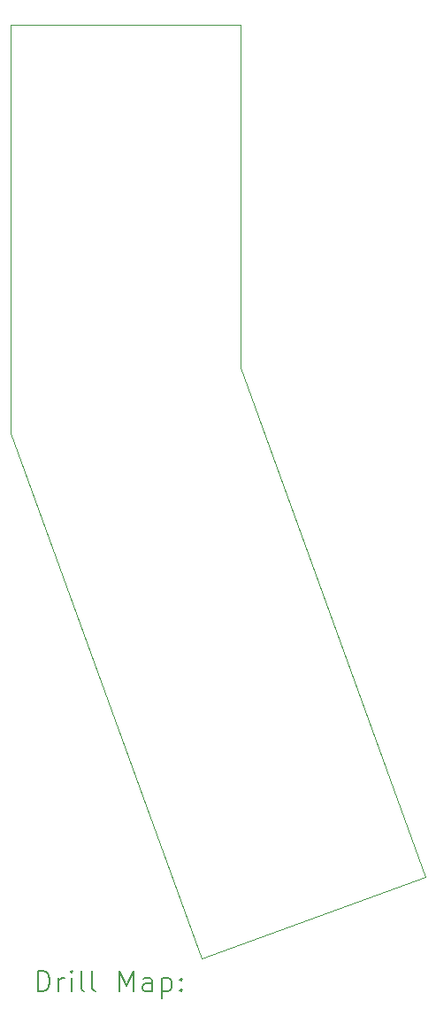
<source format=gbr>
%TF.GenerationSoftware,KiCad,Pcbnew,8.0.3*%
%TF.CreationDate,2024-06-29T11:18:28+02:00*%
%TF.ProjectId,adapter 8913-8910 Angle R,61646170-7465-4722-9038-3931332d3839,rev?*%
%TF.SameCoordinates,Original*%
%TF.FileFunction,Drillmap*%
%TF.FilePolarity,Positive*%
%FSLAX45Y45*%
G04 Gerber Fmt 4.5, Leading zero omitted, Abs format (unit mm)*
G04 Created by KiCad (PCBNEW 8.0.3) date 2024-06-29 11:18:28*
%MOMM*%
%LPD*%
G01*
G04 APERTURE LIST*
%ADD10C,0.050000*%
%ADD11C,0.200000*%
G04 APERTURE END LIST*
D10*
X12840000Y-11230000D02*
X11010884Y-6203955D01*
X11010884Y-6203955D02*
X11010884Y-2303955D01*
X11010884Y-2303955D02*
X13210884Y-2303955D01*
X14980000Y-10450000D02*
X13210884Y-5578955D01*
X13210884Y-2303955D02*
X13210884Y-5578955D01*
X12840000Y-11230000D02*
X14980000Y-10450000D01*
D11*
X11269161Y-11543984D02*
X11269161Y-11343984D01*
X11269161Y-11343984D02*
X11316780Y-11343984D01*
X11316780Y-11343984D02*
X11345351Y-11353508D01*
X11345351Y-11353508D02*
X11364399Y-11372555D01*
X11364399Y-11372555D02*
X11373923Y-11391603D01*
X11373923Y-11391603D02*
X11383446Y-11429698D01*
X11383446Y-11429698D02*
X11383446Y-11458269D01*
X11383446Y-11458269D02*
X11373923Y-11496365D01*
X11373923Y-11496365D02*
X11364399Y-11515412D01*
X11364399Y-11515412D02*
X11345351Y-11534460D01*
X11345351Y-11534460D02*
X11316780Y-11543984D01*
X11316780Y-11543984D02*
X11269161Y-11543984D01*
X11469161Y-11543984D02*
X11469161Y-11410650D01*
X11469161Y-11448746D02*
X11478685Y-11429698D01*
X11478685Y-11429698D02*
X11488208Y-11420174D01*
X11488208Y-11420174D02*
X11507256Y-11410650D01*
X11507256Y-11410650D02*
X11526304Y-11410650D01*
X11592970Y-11543984D02*
X11592970Y-11410650D01*
X11592970Y-11343984D02*
X11583446Y-11353508D01*
X11583446Y-11353508D02*
X11592970Y-11363031D01*
X11592970Y-11363031D02*
X11602494Y-11353508D01*
X11602494Y-11353508D02*
X11592970Y-11343984D01*
X11592970Y-11343984D02*
X11592970Y-11363031D01*
X11716780Y-11543984D02*
X11697732Y-11534460D01*
X11697732Y-11534460D02*
X11688208Y-11515412D01*
X11688208Y-11515412D02*
X11688208Y-11343984D01*
X11821542Y-11543984D02*
X11802494Y-11534460D01*
X11802494Y-11534460D02*
X11792970Y-11515412D01*
X11792970Y-11515412D02*
X11792970Y-11343984D01*
X12050113Y-11543984D02*
X12050113Y-11343984D01*
X12050113Y-11343984D02*
X12116780Y-11486841D01*
X12116780Y-11486841D02*
X12183446Y-11343984D01*
X12183446Y-11343984D02*
X12183446Y-11543984D01*
X12364399Y-11543984D02*
X12364399Y-11439222D01*
X12364399Y-11439222D02*
X12354875Y-11420174D01*
X12354875Y-11420174D02*
X12335827Y-11410650D01*
X12335827Y-11410650D02*
X12297732Y-11410650D01*
X12297732Y-11410650D02*
X12278685Y-11420174D01*
X12364399Y-11534460D02*
X12345351Y-11543984D01*
X12345351Y-11543984D02*
X12297732Y-11543984D01*
X12297732Y-11543984D02*
X12278685Y-11534460D01*
X12278685Y-11534460D02*
X12269161Y-11515412D01*
X12269161Y-11515412D02*
X12269161Y-11496365D01*
X12269161Y-11496365D02*
X12278685Y-11477317D01*
X12278685Y-11477317D02*
X12297732Y-11467793D01*
X12297732Y-11467793D02*
X12345351Y-11467793D01*
X12345351Y-11467793D02*
X12364399Y-11458269D01*
X12459637Y-11410650D02*
X12459637Y-11610650D01*
X12459637Y-11420174D02*
X12478685Y-11410650D01*
X12478685Y-11410650D02*
X12516780Y-11410650D01*
X12516780Y-11410650D02*
X12535827Y-11420174D01*
X12535827Y-11420174D02*
X12545351Y-11429698D01*
X12545351Y-11429698D02*
X12554875Y-11448746D01*
X12554875Y-11448746D02*
X12554875Y-11505888D01*
X12554875Y-11505888D02*
X12545351Y-11524936D01*
X12545351Y-11524936D02*
X12535827Y-11534460D01*
X12535827Y-11534460D02*
X12516780Y-11543984D01*
X12516780Y-11543984D02*
X12478685Y-11543984D01*
X12478685Y-11543984D02*
X12459637Y-11534460D01*
X12640589Y-11524936D02*
X12650113Y-11534460D01*
X12650113Y-11534460D02*
X12640589Y-11543984D01*
X12640589Y-11543984D02*
X12631066Y-11534460D01*
X12631066Y-11534460D02*
X12640589Y-11524936D01*
X12640589Y-11524936D02*
X12640589Y-11543984D01*
X12640589Y-11420174D02*
X12650113Y-11429698D01*
X12650113Y-11429698D02*
X12640589Y-11439222D01*
X12640589Y-11439222D02*
X12631066Y-11429698D01*
X12631066Y-11429698D02*
X12640589Y-11420174D01*
X12640589Y-11420174D02*
X12640589Y-11439222D01*
M02*

</source>
